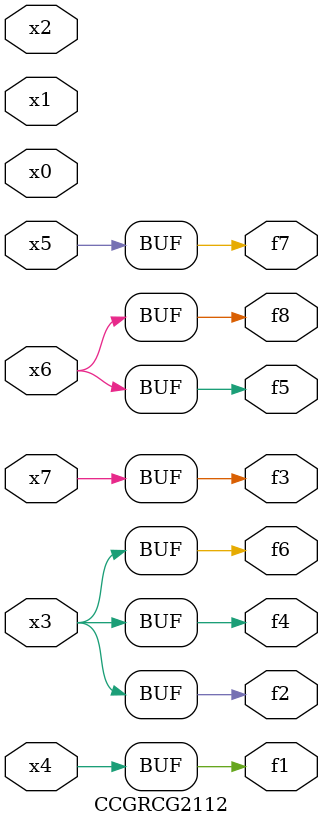
<source format=v>
module CCGRCG2112(
	input x0, x1, x2, x3, x4, x5, x6, x7,
	output f1, f2, f3, f4, f5, f6, f7, f8
);
	assign f1 = x4;
	assign f2 = x3;
	assign f3 = x7;
	assign f4 = x3;
	assign f5 = x6;
	assign f6 = x3;
	assign f7 = x5;
	assign f8 = x6;
endmodule

</source>
